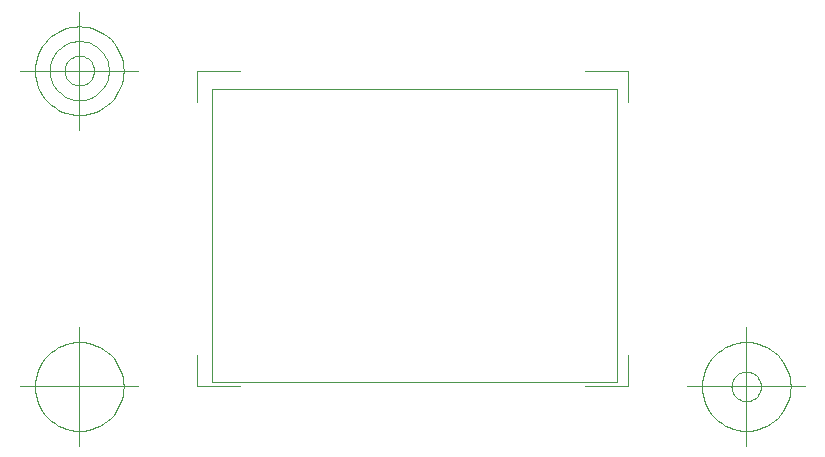
<source format=gbr>
G04 Generated by Ultiboard *
%FSLAX25Y25*%
%MOIN*%

%ADD10C,0.00004*%
%ADD11C,0.00394*%


G04 ColorRGB 00FFFF for the following layer *
%LNBoard Outline*%
%LPD*%
%FSLAX25Y25*%
%MOIN*%
G54D10*
X0Y296000D02*
X135000Y296000D01*
X135000Y296000D02*
X135000Y393701D01*
X135000Y393701D02*
X0Y393701D01*
X0Y393701D02*
X0Y296000D01*
G54D11*
X-4995Y294500D02*
X-4995Y305029D01*
X-4995Y294500D02*
X9361Y294500D01*
X138567Y294500D02*
X124211Y294500D01*
X138567Y294500D02*
X138567Y305029D01*
X138567Y399786D02*
X138567Y389257D01*
X138567Y399786D02*
X124211Y399786D01*
X-4995Y399786D02*
X9361Y399786D01*
X-4995Y399786D02*
X-4995Y389257D01*
X-24680Y294500D02*
X-64050Y294500D01*
X-44365Y274815D02*
X-44365Y314185D01*
X-29601Y294500D02*
X-29672Y295947D01*
X-29672Y295947D02*
X-29885Y297380D01*
X-29885Y297380D02*
X-30237Y298786D01*
X-30237Y298786D02*
X-30725Y300150D01*
X-30725Y300150D02*
X-31344Y301460D01*
X-31344Y301460D02*
X-32089Y302702D01*
X-32089Y302702D02*
X-32952Y303866D01*
X-32952Y303866D02*
X-33925Y304940D01*
X-33925Y304940D02*
X-34999Y305913D01*
X-34999Y305913D02*
X-36162Y306776D01*
X-36162Y306776D02*
X-37405Y307520D01*
X-37405Y307520D02*
X-38715Y308140D01*
X-38715Y308140D02*
X-40079Y308628D01*
X-40079Y308628D02*
X-41484Y308980D01*
X-41484Y308980D02*
X-42918Y309193D01*
X-42918Y309193D02*
X-44365Y309264D01*
X-44365Y309264D02*
X-45812Y309193D01*
X-45812Y309193D02*
X-47245Y308980D01*
X-47245Y308980D02*
X-48650Y308628D01*
X-48650Y308628D02*
X-50015Y308140D01*
X-50015Y308140D02*
X-51324Y307520D01*
X-51324Y307520D02*
X-52567Y306776D01*
X-52567Y306776D02*
X-53731Y305913D01*
X-53731Y305913D02*
X-54804Y304940D01*
X-54804Y304940D02*
X-55777Y303866D01*
X-55777Y303866D02*
X-56640Y302702D01*
X-56640Y302702D02*
X-57385Y301460D01*
X-57385Y301460D02*
X-58005Y300150D01*
X-58005Y300150D02*
X-58493Y298786D01*
X-58493Y298786D02*
X-58845Y297380D01*
X-58845Y297380D02*
X-59057Y295947D01*
X-59057Y295947D02*
X-59129Y294500D01*
X-59129Y294500D02*
X-59057Y293053D01*
X-59057Y293053D02*
X-58845Y291620D01*
X-58845Y291620D02*
X-58493Y290214D01*
X-58493Y290214D02*
X-58005Y288850D01*
X-58005Y288850D02*
X-57385Y287540D01*
X-57385Y287540D02*
X-56640Y286298D01*
X-56640Y286298D02*
X-55777Y285134D01*
X-55777Y285134D02*
X-54804Y284060D01*
X-54804Y284060D02*
X-53731Y283087D01*
X-53731Y283087D02*
X-52567Y282224D01*
X-52567Y282224D02*
X-51324Y281480D01*
X-51324Y281480D02*
X-50015Y280860D01*
X-50015Y280860D02*
X-48650Y280372D01*
X-48650Y280372D02*
X-47245Y280020D01*
X-47245Y280020D02*
X-45812Y279807D01*
X-45812Y279807D02*
X-44365Y279736D01*
X-44365Y279736D02*
X-42918Y279807D01*
X-42918Y279807D02*
X-41484Y280020D01*
X-41484Y280020D02*
X-40079Y280372D01*
X-40079Y280372D02*
X-38715Y280860D01*
X-38715Y280860D02*
X-37405Y281480D01*
X-37405Y281480D02*
X-36162Y282224D01*
X-36162Y282224D02*
X-34999Y283087D01*
X-34999Y283087D02*
X-33925Y284060D01*
X-33925Y284060D02*
X-32952Y285134D01*
X-32952Y285134D02*
X-32089Y286298D01*
X-32089Y286298D02*
X-31344Y287540D01*
X-31344Y287540D02*
X-30725Y288850D01*
X-30725Y288850D02*
X-30237Y290214D01*
X-30237Y290214D02*
X-29885Y291620D01*
X-29885Y291620D02*
X-29672Y293053D01*
X-29672Y293053D02*
X-29601Y294500D01*
X158252Y294500D02*
X197622Y294500D01*
X177937Y274815D02*
X177937Y314185D01*
X192701Y294500D02*
X192629Y295947D01*
X192629Y295947D02*
X192417Y297380D01*
X192417Y297380D02*
X192065Y298786D01*
X192065Y298786D02*
X191577Y300150D01*
X191577Y300150D02*
X190957Y301460D01*
X190957Y301460D02*
X190212Y302702D01*
X190212Y302702D02*
X189349Y303866D01*
X189349Y303866D02*
X188376Y304940D01*
X188376Y304940D02*
X187303Y305913D01*
X187303Y305913D02*
X186139Y306776D01*
X186139Y306776D02*
X184896Y307520D01*
X184896Y307520D02*
X183587Y308140D01*
X183587Y308140D02*
X182222Y308628D01*
X182222Y308628D02*
X180817Y308980D01*
X180817Y308980D02*
X179384Y309193D01*
X179384Y309193D02*
X177937Y309264D01*
X177937Y309264D02*
X176490Y309193D01*
X176490Y309193D02*
X175056Y308980D01*
X175056Y308980D02*
X173651Y308628D01*
X173651Y308628D02*
X172287Y308140D01*
X172287Y308140D02*
X170977Y307520D01*
X170977Y307520D02*
X169734Y306776D01*
X169734Y306776D02*
X168571Y305913D01*
X168571Y305913D02*
X167497Y304940D01*
X167497Y304940D02*
X166524Y303866D01*
X166524Y303866D02*
X165661Y302702D01*
X165661Y302702D02*
X164916Y301460D01*
X164916Y301460D02*
X164297Y300150D01*
X164297Y300150D02*
X163809Y298786D01*
X163809Y298786D02*
X163457Y297380D01*
X163457Y297380D02*
X163244Y295947D01*
X163244Y295947D02*
X163173Y294500D01*
X163173Y294500D02*
X163244Y293053D01*
X163244Y293053D02*
X163457Y291620D01*
X163457Y291620D02*
X163809Y290214D01*
X163809Y290214D02*
X164297Y288850D01*
X164297Y288850D02*
X164916Y287540D01*
X164916Y287540D02*
X165661Y286298D01*
X165661Y286298D02*
X166524Y285134D01*
X166524Y285134D02*
X167497Y284060D01*
X167497Y284060D02*
X168571Y283087D01*
X168571Y283087D02*
X169734Y282224D01*
X169734Y282224D02*
X170977Y281480D01*
X170977Y281480D02*
X172287Y280860D01*
X172287Y280860D02*
X173651Y280372D01*
X173651Y280372D02*
X175056Y280020D01*
X175056Y280020D02*
X176490Y279807D01*
X176490Y279807D02*
X177937Y279736D01*
X177937Y279736D02*
X179384Y279807D01*
X179384Y279807D02*
X180817Y280020D01*
X180817Y280020D02*
X182222Y280372D01*
X182222Y280372D02*
X183587Y280860D01*
X183587Y280860D02*
X184896Y281480D01*
X184896Y281480D02*
X186139Y282224D01*
X186139Y282224D02*
X187303Y283087D01*
X187303Y283087D02*
X188376Y284060D01*
X188376Y284060D02*
X189349Y285134D01*
X189349Y285134D02*
X190212Y286298D01*
X190212Y286298D02*
X190957Y287540D01*
X190957Y287540D02*
X191577Y288850D01*
X191577Y288850D02*
X192065Y290214D01*
X192065Y290214D02*
X192417Y291620D01*
X192417Y291620D02*
X192629Y293053D01*
X192629Y293053D02*
X192701Y294500D01*
X182858Y294500D02*
X182834Y294982D01*
X182834Y294982D02*
X182763Y295460D01*
X182763Y295460D02*
X182646Y295929D01*
X182646Y295929D02*
X182483Y296383D01*
X182483Y296383D02*
X182277Y296820D01*
X182277Y296820D02*
X182029Y297234D01*
X182029Y297234D02*
X181741Y297622D01*
X181741Y297622D02*
X181417Y297980D01*
X181417Y297980D02*
X181059Y298304D01*
X181059Y298304D02*
X180671Y298592D01*
X180671Y298592D02*
X180257Y298840D01*
X180257Y298840D02*
X179820Y299047D01*
X179820Y299047D02*
X179365Y299209D01*
X179365Y299209D02*
X178897Y299327D01*
X178897Y299327D02*
X178419Y299398D01*
X178419Y299398D02*
X177937Y299421D01*
X177937Y299421D02*
X177454Y299398D01*
X177454Y299398D02*
X176977Y299327D01*
X176977Y299327D02*
X176508Y299209D01*
X176508Y299209D02*
X176053Y299047D01*
X176053Y299047D02*
X175617Y298840D01*
X175617Y298840D02*
X175203Y298592D01*
X175203Y298592D02*
X174815Y298304D01*
X174815Y298304D02*
X174457Y297980D01*
X174457Y297980D02*
X174133Y297622D01*
X174133Y297622D02*
X173845Y297234D01*
X173845Y297234D02*
X173597Y296820D01*
X173597Y296820D02*
X173390Y296383D01*
X173390Y296383D02*
X173227Y295929D01*
X173227Y295929D02*
X173110Y295460D01*
X173110Y295460D02*
X173039Y294982D01*
X173039Y294982D02*
X173015Y294500D01*
X173015Y294500D02*
X173039Y294018D01*
X173039Y294018D02*
X173110Y293540D01*
X173110Y293540D02*
X173227Y293071D01*
X173227Y293071D02*
X173390Y292617D01*
X173390Y292617D02*
X173597Y292180D01*
X173597Y292180D02*
X173845Y291766D01*
X173845Y291766D02*
X174133Y291378D01*
X174133Y291378D02*
X174457Y291020D01*
X174457Y291020D02*
X174815Y290696D01*
X174815Y290696D02*
X175203Y290408D01*
X175203Y290408D02*
X175617Y290160D01*
X175617Y290160D02*
X176053Y289953D01*
X176053Y289953D02*
X176508Y289791D01*
X176508Y289791D02*
X176977Y289673D01*
X176977Y289673D02*
X177454Y289602D01*
X177454Y289602D02*
X177937Y289579D01*
X177937Y289579D02*
X178419Y289602D01*
X178419Y289602D02*
X178897Y289673D01*
X178897Y289673D02*
X179365Y289791D01*
X179365Y289791D02*
X179820Y289953D01*
X179820Y289953D02*
X180257Y290160D01*
X180257Y290160D02*
X180671Y290408D01*
X180671Y290408D02*
X181059Y290696D01*
X181059Y290696D02*
X181417Y291020D01*
X181417Y291020D02*
X181741Y291378D01*
X181741Y291378D02*
X182029Y291766D01*
X182029Y291766D02*
X182277Y292180D01*
X182277Y292180D02*
X182483Y292617D01*
X182483Y292617D02*
X182646Y293071D01*
X182646Y293071D02*
X182763Y293540D01*
X182763Y293540D02*
X182834Y294018D01*
X182834Y294018D02*
X182858Y294500D01*
X-24680Y399786D02*
X-64050Y399786D01*
X-44365Y380101D02*
X-44365Y419471D01*
X-29601Y399786D02*
X-29672Y401233D01*
X-29672Y401233D02*
X-29885Y402666D01*
X-29885Y402666D02*
X-30237Y404072D01*
X-30237Y404072D02*
X-30725Y405436D01*
X-30725Y405436D02*
X-31344Y406745D01*
X-31344Y406745D02*
X-32089Y407988D01*
X-32089Y407988D02*
X-32952Y409152D01*
X-32952Y409152D02*
X-33925Y410225D01*
X-33925Y410225D02*
X-34999Y411198D01*
X-34999Y411198D02*
X-36162Y412061D01*
X-36162Y412061D02*
X-37405Y412806D01*
X-37405Y412806D02*
X-38715Y413426D01*
X-38715Y413426D02*
X-40079Y413914D01*
X-40079Y413914D02*
X-41484Y414266D01*
X-41484Y414266D02*
X-42918Y414479D01*
X-42918Y414479D02*
X-44365Y414550D01*
X-44365Y414550D02*
X-45812Y414479D01*
X-45812Y414479D02*
X-47245Y414266D01*
X-47245Y414266D02*
X-48650Y413914D01*
X-48650Y413914D02*
X-50015Y413426D01*
X-50015Y413426D02*
X-51324Y412806D01*
X-51324Y412806D02*
X-52567Y412061D01*
X-52567Y412061D02*
X-53731Y411198D01*
X-53731Y411198D02*
X-54804Y410225D01*
X-54804Y410225D02*
X-55777Y409152D01*
X-55777Y409152D02*
X-56640Y407988D01*
X-56640Y407988D02*
X-57385Y406745D01*
X-57385Y406745D02*
X-58005Y405436D01*
X-58005Y405436D02*
X-58493Y404072D01*
X-58493Y404072D02*
X-58845Y402666D01*
X-58845Y402666D02*
X-59057Y401233D01*
X-59057Y401233D02*
X-59129Y399786D01*
X-59129Y399786D02*
X-59057Y398339D01*
X-59057Y398339D02*
X-58845Y396906D01*
X-58845Y396906D02*
X-58493Y395500D01*
X-58493Y395500D02*
X-58005Y394136D01*
X-58005Y394136D02*
X-57385Y392826D01*
X-57385Y392826D02*
X-56640Y391584D01*
X-56640Y391584D02*
X-55777Y390420D01*
X-55777Y390420D02*
X-54804Y389346D01*
X-54804Y389346D02*
X-53731Y388373D01*
X-53731Y388373D02*
X-52567Y387510D01*
X-52567Y387510D02*
X-51324Y386765D01*
X-51324Y386765D02*
X-50015Y386146D01*
X-50015Y386146D02*
X-48650Y385658D01*
X-48650Y385658D02*
X-47245Y385306D01*
X-47245Y385306D02*
X-45812Y385093D01*
X-45812Y385093D02*
X-44365Y385022D01*
X-44365Y385022D02*
X-42918Y385093D01*
X-42918Y385093D02*
X-41484Y385306D01*
X-41484Y385306D02*
X-40079Y385658D01*
X-40079Y385658D02*
X-38715Y386146D01*
X-38715Y386146D02*
X-37405Y386765D01*
X-37405Y386765D02*
X-36162Y387510D01*
X-36162Y387510D02*
X-34999Y388373D01*
X-34999Y388373D02*
X-33925Y389346D01*
X-33925Y389346D02*
X-32952Y390420D01*
X-32952Y390420D02*
X-32089Y391584D01*
X-32089Y391584D02*
X-31344Y392826D01*
X-31344Y392826D02*
X-30725Y394136D01*
X-30725Y394136D02*
X-30237Y395500D01*
X-30237Y395500D02*
X-29885Y396906D01*
X-29885Y396906D02*
X-29672Y398339D01*
X-29672Y398339D02*
X-29601Y399786D01*
X-34522Y399786D02*
X-34570Y400751D01*
X-34570Y400751D02*
X-34711Y401706D01*
X-34711Y401706D02*
X-34946Y402643D01*
X-34946Y402643D02*
X-35271Y403552D01*
X-35271Y403552D02*
X-35684Y404426D01*
X-35684Y404426D02*
X-36181Y405254D01*
X-36181Y405254D02*
X-36756Y406030D01*
X-36756Y406030D02*
X-37405Y406746D01*
X-37405Y406746D02*
X-38121Y407394D01*
X-38121Y407394D02*
X-38897Y407970D01*
X-38897Y407970D02*
X-39725Y408466D01*
X-39725Y408466D02*
X-40598Y408879D01*
X-40598Y408879D02*
X-41508Y409205D01*
X-41508Y409205D02*
X-42445Y409439D01*
X-42445Y409439D02*
X-43400Y409581D01*
X-43400Y409581D02*
X-44365Y409628D01*
X-44365Y409628D02*
X-45329Y409581D01*
X-45329Y409581D02*
X-46285Y409439D01*
X-46285Y409439D02*
X-47222Y409205D01*
X-47222Y409205D02*
X-48131Y408879D01*
X-48131Y408879D02*
X-49004Y408466D01*
X-49004Y408466D02*
X-49833Y407970D01*
X-49833Y407970D02*
X-50609Y407394D01*
X-50609Y407394D02*
X-51324Y406746D01*
X-51324Y406746D02*
X-51973Y406030D01*
X-51973Y406030D02*
X-52548Y405254D01*
X-52548Y405254D02*
X-53045Y404426D01*
X-53045Y404426D02*
X-53458Y403552D01*
X-53458Y403552D02*
X-53783Y402643D01*
X-53783Y402643D02*
X-54018Y401706D01*
X-54018Y401706D02*
X-54160Y400751D01*
X-54160Y400751D02*
X-54207Y399786D01*
X-54207Y399786D02*
X-54160Y398821D01*
X-54160Y398821D02*
X-54018Y397866D01*
X-54018Y397866D02*
X-53783Y396929D01*
X-53783Y396929D02*
X-53458Y396019D01*
X-53458Y396019D02*
X-53045Y395146D01*
X-53045Y395146D02*
X-52548Y394318D01*
X-52548Y394318D02*
X-51973Y393542D01*
X-51973Y393542D02*
X-51324Y392826D01*
X-51324Y392826D02*
X-50609Y392177D01*
X-50609Y392177D02*
X-49833Y391602D01*
X-49833Y391602D02*
X-49004Y391105D01*
X-49004Y391105D02*
X-48131Y390693D01*
X-48131Y390693D02*
X-47222Y390367D01*
X-47222Y390367D02*
X-46285Y390132D01*
X-46285Y390132D02*
X-45329Y389991D01*
X-45329Y389991D02*
X-44365Y389943D01*
X-44365Y389943D02*
X-43400Y389991D01*
X-43400Y389991D02*
X-42445Y390132D01*
X-42445Y390132D02*
X-41508Y390367D01*
X-41508Y390367D02*
X-40598Y390693D01*
X-40598Y390693D02*
X-39725Y391105D01*
X-39725Y391105D02*
X-38897Y391602D01*
X-38897Y391602D02*
X-38121Y392177D01*
X-38121Y392177D02*
X-37405Y392826D01*
X-37405Y392826D02*
X-36756Y393542D01*
X-36756Y393542D02*
X-36181Y394318D01*
X-36181Y394318D02*
X-35684Y395146D01*
X-35684Y395146D02*
X-35271Y396019D01*
X-35271Y396019D02*
X-34946Y396929D01*
X-34946Y396929D02*
X-34711Y397866D01*
X-34711Y397866D02*
X-34570Y398821D01*
X-34570Y398821D02*
X-34522Y399786D01*
X-39443Y399786D02*
X-39467Y400268D01*
X-39467Y400268D02*
X-39538Y400746D01*
X-39538Y400746D02*
X-39655Y401214D01*
X-39655Y401214D02*
X-39818Y401669D01*
X-39818Y401669D02*
X-40025Y402106D01*
X-40025Y402106D02*
X-40273Y402520D01*
X-40273Y402520D02*
X-40561Y402908D01*
X-40561Y402908D02*
X-40885Y403266D01*
X-40885Y403266D02*
X-41243Y403590D01*
X-41243Y403590D02*
X-41631Y403878D01*
X-41631Y403878D02*
X-42045Y404126D01*
X-42045Y404126D02*
X-42481Y404332D01*
X-42481Y404332D02*
X-42936Y404495D01*
X-42936Y404495D02*
X-43405Y404613D01*
X-43405Y404613D02*
X-43882Y404683D01*
X-43882Y404683D02*
X-44365Y404707D01*
X-44365Y404707D02*
X-44847Y404683D01*
X-44847Y404683D02*
X-45325Y404613D01*
X-45325Y404613D02*
X-45793Y404495D01*
X-45793Y404495D02*
X-46248Y404332D01*
X-46248Y404332D02*
X-46685Y404126D01*
X-46685Y404126D02*
X-47099Y403878D01*
X-47099Y403878D02*
X-47487Y403590D01*
X-47487Y403590D02*
X-47845Y403266D01*
X-47845Y403266D02*
X-48169Y402908D01*
X-48169Y402908D02*
X-48457Y402520D01*
X-48457Y402520D02*
X-48705Y402106D01*
X-48705Y402106D02*
X-48911Y401669D01*
X-48911Y401669D02*
X-49074Y401214D01*
X-49074Y401214D02*
X-49191Y400746D01*
X-49191Y400746D02*
X-49262Y400268D01*
X-49262Y400268D02*
X-49286Y399786D01*
X-49286Y399786D02*
X-49262Y399303D01*
X-49262Y399303D02*
X-49191Y398826D01*
X-49191Y398826D02*
X-49074Y398357D01*
X-49074Y398357D02*
X-48911Y397903D01*
X-48911Y397903D02*
X-48705Y397466D01*
X-48705Y397466D02*
X-48457Y397052D01*
X-48457Y397052D02*
X-48169Y396664D01*
X-48169Y396664D02*
X-47845Y396306D01*
X-47845Y396306D02*
X-47487Y395982D01*
X-47487Y395982D02*
X-47099Y395694D01*
X-47099Y395694D02*
X-46685Y395446D01*
X-46685Y395446D02*
X-46248Y395239D01*
X-46248Y395239D02*
X-45793Y395076D01*
X-45793Y395076D02*
X-45325Y394959D01*
X-45325Y394959D02*
X-44847Y394888D01*
X-44847Y394888D02*
X-44365Y394865D01*
X-44365Y394865D02*
X-43882Y394888D01*
X-43882Y394888D02*
X-43405Y394959D01*
X-43405Y394959D02*
X-42936Y395076D01*
X-42936Y395076D02*
X-42481Y395239D01*
X-42481Y395239D02*
X-42045Y395446D01*
X-42045Y395446D02*
X-41631Y395694D01*
X-41631Y395694D02*
X-41243Y395982D01*
X-41243Y395982D02*
X-40885Y396306D01*
X-40885Y396306D02*
X-40561Y396664D01*
X-40561Y396664D02*
X-40273Y397052D01*
X-40273Y397052D02*
X-40025Y397466D01*
X-40025Y397466D02*
X-39818Y397903D01*
X-39818Y397903D02*
X-39655Y398357D01*
X-39655Y398357D02*
X-39538Y398826D01*
X-39538Y398826D02*
X-39467Y399303D01*
X-39467Y399303D02*
X-39443Y399786D01*

M00*

</source>
